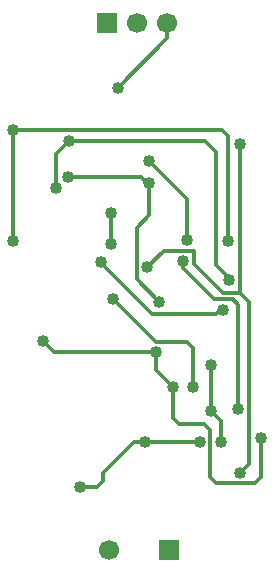
<source format=gbl>
G04 DipTrace 3.3.1.3*
G04 REV0_DieselTach_Filter_MSP.gbl*
%MOIN*%
G04 #@! TF.FileFunction,Copper,L2,Bot*
G04 #@! TF.Part,Single*
G04 #@! TA.AperFunction,Conductor*
%ADD13C,0.012126*%
%ADD14C,0.0121*%
G04 #@! TA.AperFunction,ComponentPad*
%ADD23R,0.066929X0.066929*%
%ADD24C,0.066929*%
G04 #@! TA.AperFunction,ViaPad*
%ADD39C,0.04*%
%FSLAX26Y26*%
G04*
G70*
G90*
G75*
G01*
G04 Bottom*
%LPD*%
X1293063Y1185935D2*
D13*
Y1056589D1*
X1272945Y1036471D1*
X1145701D1*
X1125583Y1056589D1*
Y1213569D1*
X1105465Y1233687D1*
X1021602D1*
X1001484Y1253805D1*
Y1356380D1*
X816591Y2354754D2*
X981199Y2519362D1*
Y2568701D1*
X919437Y2110187D2*
X1047729Y1981895D1*
Y1845282D1*
X942874Y1473880D2*
X605485D1*
X568729Y1510636D1*
X1001484Y1356380D2*
X942874Y1414990D1*
Y1473880D1*
X1068414Y1356380D2*
Y1487816D1*
X1048295Y1507935D1*
X943630D1*
X801614Y1649951D1*
X691189Y1022530D2*
X747441D1*
X767559Y1042648D1*
Y1070521D1*
X869666Y1172628D1*
X907748D1*
X1126843Y1430412D2*
Y1276380D1*
X907748Y1172628D2*
X1091528D1*
X1126843Y1276380D2*
X1160898Y1242325D1*
Y1172628D1*
X649949Y2056201D2*
X893699D1*
X921457Y2028443D1*
Y2037006D1*
Y1930243D1*
X879547Y1888333D1*
Y1717456D1*
X955591Y1641412D1*
X1218536Y1282443D2*
Y1631364D1*
X1199949Y1649951D1*
X1137449D1*
X1035540Y1751860D1*
Y1777171D1*
X1224622Y2165620D2*
Y1669028D1*
X1252591Y1641059D1*
Y1099818D1*
X1223299Y1070526D1*
X913603Y1755242D2*
X969588Y1811227D1*
X1069595D1*
Y1767805D1*
X1168372Y1669028D1*
X1224622D1*
X795669Y1936234D2*
Y1832451D1*
X465898Y1842447D2*
Y2212451D1*
X1165658D1*
X1185776Y2192333D1*
Y1841723D1*
X1187449Y1712451D2*
Y1718701D1*
X1143699Y1762451D1*
Y2139902D1*
X1106012Y2177589D1*
X655394D1*
X612449Y2018701D2*
D14*
Y2134644D1*
X655394Y2177589D1*
X1168699Y1612451D2*
X1156199D1*
X1143699Y1599951D1*
X931199D1*
X756199Y1774951D1*
X762449D1*
D39*
X612449Y2018701D3*
X1168699Y1612451D3*
X762449Y1774951D3*
X568729Y1510636D3*
X816591Y2354754D3*
X1047729Y1845282D3*
X1293063Y1185935D3*
X942874Y1473880D3*
X1001484Y1356380D3*
X919437Y2110187D3*
X955591Y1641412D3*
X921457Y2037006D3*
X649949Y2056201D3*
X801614Y1649951D3*
X1068414Y1356380D3*
X907748Y1172628D3*
X1091528D3*
X1160898D3*
X1126843Y1430412D3*
Y1276380D3*
X691189Y1022530D3*
X1035540Y1777171D3*
X1218536Y1282443D3*
X1223299Y1070526D3*
X1224622Y2165620D3*
X913603Y1755242D3*
X795669Y1832451D3*
Y1936234D3*
X1185776Y1841723D3*
X465898Y1842447D3*
Y2212451D3*
X655394Y2177589D3*
X1187449Y1712451D3*
D23*
X987449Y812451D3*
D24*
X787449D3*
D23*
X781199Y2568701D3*
D24*
X881199D3*
X981199D3*
M02*

</source>
